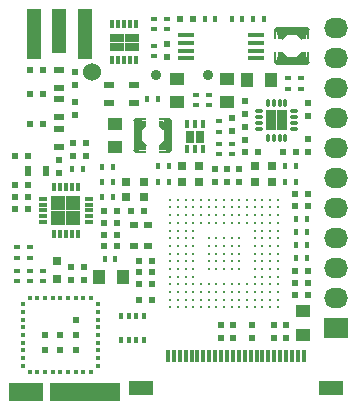
<source format=gts>
G04 #@! TF.FileFunction,Soldermask,Top*
%FSLAX46Y46*%
G04 Gerber Fmt 4.6, Leading zero omitted, Abs format (unit mm)*
G04 Created by KiCad (PCBNEW 4.0.2+dfsg1-stable) date Mo 22 Aug 2016 02:39:07 CEST*
%MOMM*%
G01*
G04 APERTURE LIST*
%ADD10C,0.100000*%
%ADD11R,0.600000X0.400000*%
%ADD12R,0.350000X0.500000*%
%ADD13R,0.500000X0.600000*%
%ADD14O,0.750000X0.300000*%
%ADD15O,0.300000X0.750000*%
%ADD16R,0.900000X0.900000*%
%ADD17R,1.000000X1.250000*%
%ADD18R,0.300000X0.650000*%
%ADD19R,1.240000X0.775000*%
%ADD20R,1.450000X0.450000*%
%ADD21R,0.400000X0.600000*%
%ADD22R,0.300000X0.400000*%
%ADD23R,0.400000X0.300000*%
%ADD24R,0.500000X0.500000*%
%ADD25R,0.600000X0.500000*%
%ADD26R,0.900000X0.500000*%
%ADD27R,0.300000X0.730000*%
%ADD28R,0.730000X0.300000*%
%ADD29R,1.250000X1.250000*%
%ADD30R,0.350000X0.650000*%
%ADD31R,0.800000X1.000000*%
%ADD32R,1.250000X1.000000*%
%ADD33R,0.797560X0.797560*%
%ADD34C,0.899160*%
%ADD35R,0.762000X2.540000*%
%ADD36R,0.889000X0.254000*%
%ADD37R,0.381000X0.444500*%
%ADD38R,2.540000X0.762000*%
%ADD39R,0.254000X0.889000*%
%ADD40R,0.444500X0.381000*%
%ADD41R,1.270000X4.191000*%
%ADD42R,1.270000X3.683000*%
%ADD43R,0.300000X1.000000*%
%ADD44R,2.000000X1.300000*%
%ADD45R,0.800000X0.600000*%
%ADD46C,0.300000*%
%ADD47R,3.000000X1.500000*%
%ADD48R,6.000000X1.500000*%
%ADD49R,0.500000X0.900000*%
%ADD50R,2.032000X1.727200*%
%ADD51O,2.032000X1.727200*%
%ADD52C,1.524000*%
G04 APERTURE END LIST*
D10*
D11*
X66300000Y-102500000D03*
X66300000Y-103400000D03*
D12*
X58875000Y-117075000D03*
X58225000Y-117075000D03*
X57575000Y-117075000D03*
X56925000Y-117075000D03*
X58875000Y-119125000D03*
X58225000Y-119125000D03*
X57575000Y-119125000D03*
X56925000Y-119125000D03*
D13*
X66300000Y-100350000D03*
X66300000Y-101450000D03*
D14*
X68625000Y-99750000D03*
X68625000Y-100250000D03*
X68625000Y-100750000D03*
X68625000Y-101250000D03*
D15*
X69350000Y-101975000D03*
X69850000Y-101975000D03*
X70350000Y-101975000D03*
X70850000Y-101975000D03*
D14*
X71575000Y-101250000D03*
X71575000Y-100750000D03*
X71575000Y-100250000D03*
X71575000Y-99750000D03*
D15*
X70850000Y-99025000D03*
X70350000Y-99025000D03*
X69850000Y-99025000D03*
X69350000Y-99025000D03*
D16*
X70550000Y-100950000D03*
X70550000Y-100050000D03*
X69650000Y-100950000D03*
X69650000Y-100050000D03*
D17*
X69600000Y-97100000D03*
X67600000Y-97100000D03*
D18*
X56200000Y-95450000D03*
X56700000Y-95450000D03*
X57200000Y-95450000D03*
X57700000Y-95450000D03*
X58200000Y-95450000D03*
X58200000Y-92350000D03*
X57700000Y-92350000D03*
X57200000Y-92350000D03*
X56700000Y-92350000D03*
X56200000Y-92350000D03*
D19*
X57820000Y-93512500D03*
X56580000Y-93512500D03*
X57820000Y-94287500D03*
X56580000Y-94287500D03*
D13*
X60800000Y-94100000D03*
X60800000Y-95200000D03*
D20*
X68350000Y-95275000D03*
X68350000Y-94625000D03*
X68350000Y-93975000D03*
X68350000Y-93325000D03*
X62450000Y-93325000D03*
X62450000Y-93975000D03*
X62450000Y-94625000D03*
X62450000Y-95275000D03*
D11*
X59700000Y-95100000D03*
X59700000Y-94200000D03*
D21*
X60050000Y-98700000D03*
X59150000Y-98700000D03*
D22*
X49200000Y-121850000D03*
X49850000Y-121850000D03*
X50500000Y-121850000D03*
X51150000Y-121850000D03*
X51800000Y-121850000D03*
X52450000Y-121850000D03*
X53100000Y-121850000D03*
X53750000Y-121850000D03*
X54400000Y-121850000D03*
D23*
X54950000Y-120650000D03*
X54950000Y-120000000D03*
X54950000Y-119350000D03*
X54950000Y-118700000D03*
X54950000Y-118050000D03*
X54950000Y-117400000D03*
X54950000Y-116750000D03*
X54950000Y-116100000D03*
D22*
X54400000Y-115550000D03*
D23*
X54950000Y-121300000D03*
D22*
X53750000Y-115550000D03*
X53100000Y-115550000D03*
X52450000Y-115550000D03*
X51800000Y-115550000D03*
X51150000Y-115550000D03*
X50500000Y-115550000D03*
X49850000Y-115550000D03*
X49200000Y-115550000D03*
D23*
X48650000Y-116100000D03*
X48650000Y-116750000D03*
X48650000Y-117400000D03*
X48650000Y-118050000D03*
X48650000Y-118700000D03*
X48650000Y-119350000D03*
X48650000Y-120000000D03*
X48650000Y-120650000D03*
X48650000Y-121300000D03*
D24*
X51800000Y-118700000D03*
X51800000Y-120000000D03*
X50500000Y-118700000D03*
X50500000Y-120000000D03*
X53100000Y-118700000D03*
X53100000Y-120000000D03*
X53100000Y-117400000D03*
D25*
X49050000Y-107000000D03*
X47950000Y-107000000D03*
X71700000Y-107800000D03*
X72800000Y-107800000D03*
D13*
X52700000Y-114050000D03*
X52700000Y-112950000D03*
D11*
X49200000Y-111250000D03*
X49200000Y-112150000D03*
D26*
X51700000Y-98750000D03*
X51700000Y-100250000D03*
D21*
X60050000Y-104400000D03*
X60950000Y-104400000D03*
D25*
X56550000Y-111200000D03*
X55450000Y-111200000D03*
D11*
X49200000Y-113250000D03*
X49200000Y-114150000D03*
X48100000Y-113250000D03*
X48100000Y-114150000D03*
X50300000Y-113250000D03*
X50300000Y-114150000D03*
X48100000Y-111250000D03*
X48100000Y-112150000D03*
D27*
X53250000Y-106185000D03*
X52750000Y-106185000D03*
X52250000Y-106185000D03*
X51750000Y-106185000D03*
X51250000Y-106185000D03*
D28*
X50285000Y-107150000D03*
X50285000Y-107650000D03*
X50285000Y-108150000D03*
X50285000Y-108650000D03*
X50285000Y-109150000D03*
D27*
X51250000Y-110115000D03*
X51750000Y-110115000D03*
X52250000Y-110115000D03*
X52750000Y-110115000D03*
X53250000Y-110115000D03*
D28*
X54215000Y-109150000D03*
X54215000Y-108650000D03*
X54215000Y-108150000D03*
X54215000Y-107650000D03*
X54215000Y-107150000D03*
D29*
X51625000Y-108775000D03*
X52875000Y-108775000D03*
X51625000Y-107525000D03*
X52875000Y-107525000D03*
D21*
X56250000Y-107000000D03*
X55350000Y-107000000D03*
X56250000Y-105700000D03*
X55350000Y-105700000D03*
D30*
X62550000Y-102950000D03*
X63200000Y-102950000D03*
X63850000Y-102950000D03*
X63850000Y-100850000D03*
X63200000Y-100850000D03*
X62550000Y-100850000D03*
D31*
X63600000Y-101900000D03*
X62800000Y-101900000D03*
D25*
X61900000Y-91900000D03*
X63000000Y-91900000D03*
D32*
X61700000Y-99000000D03*
X61700000Y-97000000D03*
X56400000Y-102800000D03*
X56400000Y-100800000D03*
D13*
X67400000Y-99950000D03*
X67400000Y-98850000D03*
X67400000Y-101050000D03*
X67400000Y-102150000D03*
X72800000Y-100150000D03*
X72800000Y-99050000D03*
D25*
X68550000Y-103200000D03*
X67450000Y-103200000D03*
X70650000Y-103200000D03*
X71750000Y-103200000D03*
D13*
X72800000Y-102100000D03*
X72800000Y-103200000D03*
D25*
X49050000Y-106000000D03*
X47950000Y-106000000D03*
X49050000Y-108000000D03*
X47950000Y-108000000D03*
X56550000Y-108200000D03*
X55450000Y-108200000D03*
X56550000Y-109200000D03*
X55450000Y-109200000D03*
X49050000Y-103500000D03*
X47950000Y-103500000D03*
D13*
X51700000Y-104950000D03*
X51700000Y-103850000D03*
X53800000Y-114050000D03*
X53800000Y-112950000D03*
D25*
X50350000Y-100800000D03*
X49250000Y-100800000D03*
D13*
X53000000Y-100050000D03*
X53000000Y-98950000D03*
D25*
X50350000Y-98300000D03*
X49250000Y-98300000D03*
D13*
X53000000Y-97550000D03*
X53000000Y-96450000D03*
D25*
X50350000Y-96300000D03*
X49250000Y-96300000D03*
D13*
X68000000Y-117850000D03*
X68000000Y-118950000D03*
D25*
X57750000Y-108200000D03*
X58850000Y-108200000D03*
D13*
X69900000Y-117850000D03*
X69900000Y-118950000D03*
X70900000Y-117850000D03*
X70900000Y-118950000D03*
D25*
X59550000Y-114400000D03*
X58450000Y-114400000D03*
D13*
X64900000Y-105750000D03*
X64900000Y-104650000D03*
D25*
X71700000Y-106800000D03*
X72800000Y-106800000D03*
D13*
X65400000Y-117850000D03*
X65400000Y-118950000D03*
D25*
X71700000Y-114300000D03*
X72800000Y-114300000D03*
D13*
X66900000Y-105750000D03*
X66900000Y-104650000D03*
D25*
X59550000Y-113400000D03*
X58450000Y-113400000D03*
D13*
X66400000Y-117850000D03*
X66400000Y-118950000D03*
D25*
X71700000Y-113300000D03*
X72800000Y-113300000D03*
D13*
X65900000Y-105750000D03*
X65900000Y-104650000D03*
D25*
X59550000Y-112400000D03*
X58450000Y-112400000D03*
X71700000Y-115300000D03*
X72800000Y-115300000D03*
D33*
X69749300Y-105700000D03*
X68250700Y-105700000D03*
X69749300Y-104400000D03*
X68250700Y-104400000D03*
X62050700Y-104400000D03*
X63549300Y-104400000D03*
X62050700Y-105700000D03*
X63549300Y-105700000D03*
X51500000Y-113949300D03*
X51500000Y-112450700D03*
D26*
X51700000Y-101250000D03*
X51700000Y-102750000D03*
X51700000Y-96250000D03*
X51700000Y-97750000D03*
D11*
X59700000Y-92800000D03*
X59700000Y-91900000D03*
X60800000Y-91900000D03*
X60800000Y-92800000D03*
X71100000Y-96950000D03*
X71100000Y-97850000D03*
X72200000Y-97850000D03*
X72200000Y-96950000D03*
X64400000Y-98350000D03*
X64400000Y-99250000D03*
X65200000Y-100600000D03*
X65200000Y-101500000D03*
D21*
X71750000Y-105700000D03*
X70850000Y-105700000D03*
X60050000Y-105700000D03*
X60950000Y-105700000D03*
X71750000Y-112200000D03*
X72650000Y-112200000D03*
X71750000Y-111100000D03*
X72650000Y-111100000D03*
X55350000Y-104500000D03*
X56250000Y-104500000D03*
D26*
X55900000Y-97550000D03*
X55900000Y-99050000D03*
X58000000Y-99050000D03*
X58000000Y-97550000D03*
D33*
X57350700Y-107000000D03*
X58849300Y-107000000D03*
X57350700Y-105700000D03*
X58849300Y-105700000D03*
D25*
X56550000Y-110200000D03*
X55450000Y-110200000D03*
D21*
X55550000Y-112300000D03*
X56450000Y-112300000D03*
D32*
X72300000Y-116700000D03*
X72300000Y-118700000D03*
D34*
X59900360Y-96650900D03*
X64299640Y-96650900D03*
D32*
X65900000Y-97000000D03*
X65900000Y-99000000D03*
D21*
X64900000Y-91900000D03*
X64000000Y-91900000D03*
X72650000Y-110000000D03*
X71750000Y-110000000D03*
D35*
X60870000Y-101800000D03*
X58330000Y-101800000D03*
D36*
X60552500Y-103197000D03*
X60552500Y-100403000D03*
X58647500Y-103197000D03*
X58647500Y-100403000D03*
D37*
X60298500Y-100752250D03*
X58901500Y-100752250D03*
X58901500Y-102847750D03*
X60298500Y-102847750D03*
D10*
G36*
X60997000Y-100276038D02*
X61250962Y-100530000D01*
X60997000Y-100783962D01*
X60743038Y-100530000D01*
X60997000Y-100276038D01*
X60997000Y-100276038D01*
G37*
G36*
X60997000Y-102816038D02*
X61250962Y-103070000D01*
X60997000Y-103323962D01*
X60743038Y-103070000D01*
X60997000Y-102816038D01*
X60997000Y-102816038D01*
G37*
G36*
X58203000Y-102816038D02*
X58456962Y-103070000D01*
X58203000Y-103323962D01*
X57949038Y-103070000D01*
X58203000Y-102816038D01*
X58203000Y-102816038D01*
G37*
G36*
X58203000Y-100276038D02*
X58456962Y-100530000D01*
X58203000Y-100783962D01*
X57949038Y-100530000D01*
X58203000Y-100276038D01*
X58203000Y-100276038D01*
G37*
G36*
X60489000Y-100593737D02*
X60869763Y-100974500D01*
X60489000Y-101355263D01*
X60108237Y-100974500D01*
X60489000Y-100593737D01*
X60489000Y-100593737D01*
G37*
G36*
X60489000Y-102244737D02*
X60869763Y-102625500D01*
X60489000Y-103006263D01*
X60108237Y-102625500D01*
X60489000Y-102244737D01*
X60489000Y-102244737D01*
G37*
G36*
X58711000Y-102244737D02*
X59091763Y-102625500D01*
X58711000Y-103006263D01*
X58330237Y-102625500D01*
X58711000Y-102244737D01*
X58711000Y-102244737D01*
G37*
G36*
X58711000Y-100593737D02*
X59091763Y-100974500D01*
X58711000Y-101355263D01*
X58330237Y-100974500D01*
X58711000Y-100593737D01*
X58711000Y-100593737D01*
G37*
D17*
X55100000Y-113800000D03*
X57100000Y-113800000D03*
D21*
X71750000Y-108900000D03*
X72650000Y-108900000D03*
X68100000Y-91900000D03*
X69000000Y-91900000D03*
X66300000Y-91900000D03*
X67200000Y-91900000D03*
D25*
X59550000Y-115700000D03*
X58450000Y-115700000D03*
D38*
X71400000Y-92930000D03*
X71400000Y-95470000D03*
D39*
X72797000Y-93247500D03*
X70003000Y-93247500D03*
X72797000Y-95152500D03*
X70003000Y-95152500D03*
D40*
X70352250Y-93501500D03*
X70352250Y-94898500D03*
X72447750Y-94898500D03*
X72447750Y-93501500D03*
D10*
G36*
X69876038Y-92803000D02*
X70130000Y-92549038D01*
X70383962Y-92803000D01*
X70130000Y-93056962D01*
X69876038Y-92803000D01*
X69876038Y-92803000D01*
G37*
G36*
X72416038Y-92803000D02*
X72670000Y-92549038D01*
X72923962Y-92803000D01*
X72670000Y-93056962D01*
X72416038Y-92803000D01*
X72416038Y-92803000D01*
G37*
G36*
X72416038Y-95597000D02*
X72670000Y-95343038D01*
X72923962Y-95597000D01*
X72670000Y-95850962D01*
X72416038Y-95597000D01*
X72416038Y-95597000D01*
G37*
G36*
X69876038Y-95597000D02*
X70130000Y-95343038D01*
X70383962Y-95597000D01*
X70130000Y-95850962D01*
X69876038Y-95597000D01*
X69876038Y-95597000D01*
G37*
G36*
X70193737Y-93311000D02*
X70574500Y-92930237D01*
X70955263Y-93311000D01*
X70574500Y-93691763D01*
X70193737Y-93311000D01*
X70193737Y-93311000D01*
G37*
G36*
X71844737Y-93311000D02*
X72225500Y-92930237D01*
X72606263Y-93311000D01*
X72225500Y-93691763D01*
X71844737Y-93311000D01*
X71844737Y-93311000D01*
G37*
G36*
X71844737Y-95089000D02*
X72225500Y-94708237D01*
X72606263Y-95089000D01*
X72225500Y-95469763D01*
X71844737Y-95089000D01*
X71844737Y-95089000D01*
G37*
G36*
X70193737Y-95089000D02*
X70574500Y-94708237D01*
X70955263Y-95089000D01*
X70574500Y-95469763D01*
X70193737Y-95089000D01*
X70193737Y-95089000D01*
G37*
D41*
X53846300Y-93204000D03*
X49553700Y-93204000D03*
D42*
X51700000Y-92950000D03*
D43*
X60900000Y-120500000D03*
X61400000Y-120500000D03*
X61900000Y-120500000D03*
X62400000Y-120500000D03*
X62900000Y-120500000D03*
X63400000Y-120500000D03*
X63900000Y-120500000D03*
X64400000Y-120500000D03*
X64900000Y-120500000D03*
X65400000Y-120500000D03*
X65900000Y-120500000D03*
X66400000Y-120500000D03*
X66900000Y-120500000D03*
X67400000Y-120500000D03*
X67900000Y-120500000D03*
X68400000Y-120500000D03*
X68900000Y-120500000D03*
X69400000Y-120500000D03*
X69900000Y-120500000D03*
X70400000Y-120500000D03*
X70900000Y-120500000D03*
X71400000Y-120500000D03*
X71900000Y-120500000D03*
X72400000Y-120500000D03*
D44*
X58600000Y-123200000D03*
X74700000Y-123200000D03*
D45*
X58000000Y-109400000D03*
X59200000Y-109400000D03*
X58000000Y-111200000D03*
X59200000Y-111200000D03*
D46*
X65650000Y-111800000D03*
X66300000Y-111800000D03*
X66300000Y-112450000D03*
X65650000Y-112450000D03*
X65000000Y-112450000D03*
X65000000Y-111800000D03*
X65000000Y-111150000D03*
X65650000Y-111150000D03*
X66300000Y-111150000D03*
X66950000Y-111150000D03*
X66950000Y-111800000D03*
X66950000Y-112450000D03*
X66950000Y-113100000D03*
X66300000Y-113100000D03*
X65650000Y-113100000D03*
X65000000Y-113100000D03*
X64350000Y-113100000D03*
X64350000Y-112450000D03*
X64350000Y-111800000D03*
X64350000Y-111150000D03*
X64350000Y-110500000D03*
X65000000Y-110500000D03*
X65650000Y-110500000D03*
X66300000Y-110500000D03*
X66950000Y-110500000D03*
X68250000Y-114400000D03*
X68250000Y-113750000D03*
X68250000Y-113100000D03*
X68250000Y-112450000D03*
X68250000Y-111800000D03*
X68250000Y-115050000D03*
X68250000Y-115700000D03*
X68250000Y-116350000D03*
X68900000Y-113100000D03*
X69550000Y-113100000D03*
X70200000Y-113100000D03*
X70200000Y-113750000D03*
X70200000Y-114400000D03*
X70200000Y-115050000D03*
X70200000Y-115700000D03*
X70200000Y-116350000D03*
X69550000Y-116350000D03*
X68900000Y-116350000D03*
X68900000Y-115700000D03*
X69550000Y-115700000D03*
X69550000Y-115050000D03*
X68900000Y-115050000D03*
X68900000Y-114400000D03*
X69550000Y-114400000D03*
X69550000Y-113750000D03*
X68900000Y-113750000D03*
X70200000Y-112450000D03*
X69550000Y-112450000D03*
X68900000Y-112450000D03*
X68900000Y-111800000D03*
X69550000Y-111800000D03*
X70200000Y-111800000D03*
X70200000Y-111150000D03*
X69550000Y-111150000D03*
X68900000Y-111150000D03*
X68250000Y-111150000D03*
X68250000Y-110500000D03*
X68900000Y-110500000D03*
X69550000Y-110500000D03*
X70200000Y-110500000D03*
X70200000Y-109850000D03*
X69550000Y-109850000D03*
X68900000Y-109850000D03*
X68250000Y-109850000D03*
X66950000Y-109200000D03*
X66950000Y-108550000D03*
X66950000Y-107900000D03*
X66950000Y-107250000D03*
X67600000Y-107250000D03*
X68250000Y-107250000D03*
X68900000Y-107250000D03*
X69550000Y-107250000D03*
X70200000Y-107250000D03*
X70200000Y-107900000D03*
X70200000Y-108550000D03*
X70200000Y-109200000D03*
X69550000Y-109200000D03*
X68900000Y-109200000D03*
X68250000Y-109200000D03*
X67600000Y-109200000D03*
X67600000Y-108550000D03*
X67600000Y-107900000D03*
X68250000Y-107900000D03*
X68900000Y-107900000D03*
X69550000Y-107900000D03*
X69550000Y-108550000D03*
X68900000Y-108550000D03*
X68250000Y-108550000D03*
X66300000Y-107250000D03*
X65650000Y-107250000D03*
X63050000Y-110500000D03*
X62400000Y-110500000D03*
X61750000Y-110500000D03*
X61100000Y-110500000D03*
X61100000Y-109850000D03*
X61100000Y-109200000D03*
X61100000Y-108550000D03*
X61100000Y-107900000D03*
X61100000Y-107250000D03*
X61750000Y-107250000D03*
X62400000Y-107250000D03*
X63050000Y-107250000D03*
X63700000Y-107250000D03*
X64350000Y-107250000D03*
X65000000Y-107250000D03*
X66300000Y-107900000D03*
X65650000Y-107900000D03*
X65000000Y-107900000D03*
X64350000Y-107900000D03*
X63700000Y-107900000D03*
X63050000Y-107900000D03*
X62400000Y-107900000D03*
X61750000Y-107900000D03*
X61750000Y-108550000D03*
X62400000Y-108550000D03*
X63700000Y-108550000D03*
X66300000Y-109200000D03*
X65650000Y-109200000D03*
X65000000Y-109200000D03*
X64350000Y-109200000D03*
X63700000Y-109200000D03*
X63050000Y-109200000D03*
X63050000Y-109850000D03*
X62400000Y-109850000D03*
X61750000Y-109850000D03*
X61750000Y-109200000D03*
X62400000Y-109200000D03*
X63050000Y-108550000D03*
X64350000Y-108550000D03*
X65000000Y-108550000D03*
X65650000Y-108550000D03*
X66300000Y-108550000D03*
X63050000Y-111150000D03*
X63050000Y-111800000D03*
X63050000Y-112450000D03*
X63050000Y-113100000D03*
X63050000Y-113750000D03*
X63050000Y-114400000D03*
X63700000Y-114400000D03*
X64350000Y-114400000D03*
X65000000Y-114400000D03*
X67600000Y-114400000D03*
X66950000Y-114400000D03*
X66300000Y-114400000D03*
X65650000Y-114400000D03*
X67600000Y-116350000D03*
X66950000Y-116350000D03*
X66300000Y-116350000D03*
X65650000Y-116350000D03*
X65000000Y-116350000D03*
X64350000Y-116350000D03*
X63700000Y-116350000D03*
X63050000Y-116350000D03*
X62400000Y-116350000D03*
X61750000Y-116350000D03*
X61100000Y-116350000D03*
X61100000Y-115700000D03*
X61100000Y-115050000D03*
X61100000Y-113750000D03*
X61100000Y-114400000D03*
X61100000Y-113100000D03*
X61100000Y-112450000D03*
X61100000Y-111800000D03*
X61100000Y-111150000D03*
X61750000Y-111150000D03*
X61750000Y-111800000D03*
X61750000Y-112450000D03*
X61750000Y-113100000D03*
X61750000Y-113750000D03*
X61750000Y-114400000D03*
X61750000Y-115050000D03*
X61750000Y-115700000D03*
X62400000Y-115700000D03*
X63050000Y-115700000D03*
X63700000Y-115700000D03*
X64350000Y-115700000D03*
X65000000Y-115700000D03*
X65650000Y-115700000D03*
X66950000Y-115700000D03*
X66300000Y-115700000D03*
X67600000Y-115700000D03*
X67600000Y-115050000D03*
X66950000Y-115050000D03*
X66300000Y-115050000D03*
X65650000Y-115050000D03*
X65000000Y-115050000D03*
X64350000Y-115050000D03*
X63700000Y-115050000D03*
X63050000Y-115050000D03*
X62400000Y-115050000D03*
X62400000Y-114400000D03*
X62400000Y-113750000D03*
X62400000Y-113100000D03*
X62400000Y-112450000D03*
X62400000Y-111800000D03*
X62400000Y-111150000D03*
D47*
X48900000Y-123550000D03*
D48*
X53900000Y-123550000D03*
D49*
X50550000Y-104800000D03*
X49050000Y-104800000D03*
D50*
X75100000Y-118100000D03*
D51*
X75100000Y-115560000D03*
X75100000Y-113020000D03*
X75100000Y-110480000D03*
X75100000Y-107940000D03*
X75100000Y-105400000D03*
X75100000Y-102860000D03*
X75100000Y-100320000D03*
X75100000Y-97780000D03*
X75100000Y-95240000D03*
X75100000Y-92700000D03*
D11*
X63300000Y-99250000D03*
X63300000Y-98350000D03*
D21*
X71750000Y-104400000D03*
X70850000Y-104400000D03*
D13*
X52900000Y-103500000D03*
X52900000Y-102400000D03*
D52*
X54500000Y-96400000D03*
D13*
X54000000Y-102400000D03*
X54000000Y-103500000D03*
D21*
X52800000Y-104600000D03*
X53700000Y-104600000D03*
D11*
X65200000Y-102500000D03*
X65200000Y-103400000D03*
M02*

</source>
